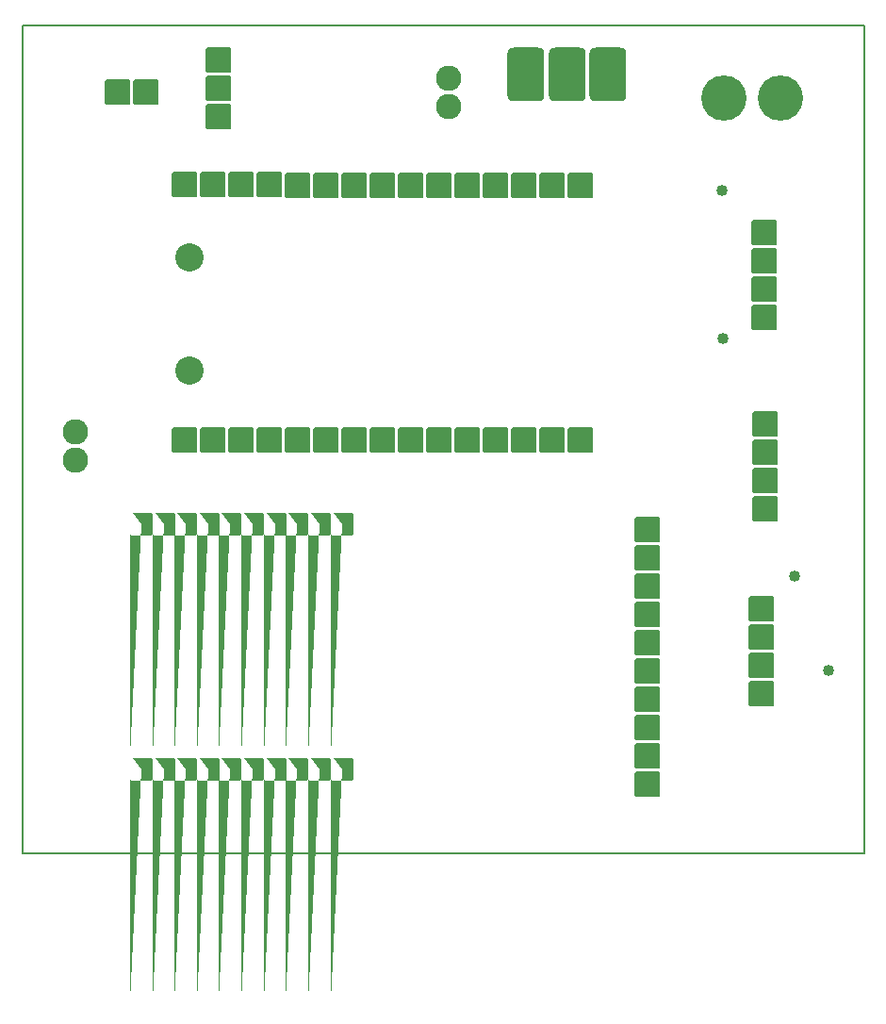
<source format=gbr>
G04 PROTEUS GERBER X2 FILE*
%TF.GenerationSoftware,Labcenter,Proteus,8.6-SP2-Build23525*%
%TF.CreationDate,2021-03-06T05:49:37+00:00*%
%TF.FileFunction,Soldermask,Top*%
%TF.FilePolarity,Negative*%
%TF.Part,Single*%
%FSLAX45Y45*%
%MOMM*%
G01*
%TA.AperFunction,Material*%
%ADD20C,1.016000*%
%AMPPAD013*
4,1,36,
1.016000,-1.143000,
-1.016000,-1.143000,
-1.041970,-1.140470,
-1.065980,-1.133200,
-1.087580,-1.121650,
-1.106290,-1.106290,
-1.121650,-1.087570,
-1.133200,-1.065980,
-1.140470,-1.041970,
-1.143000,-1.016000,
-1.143000,1.016000,
-1.140470,1.041970,
-1.133200,1.065980,
-1.121650,1.087570,
-1.106290,1.106290,
-1.087580,1.121650,
-1.065980,1.133200,
-1.041970,1.140470,
-1.016000,1.143000,
1.016000,1.143000,
1.041970,1.140470,
1.065980,1.133200,
1.087580,1.121650,
1.106290,1.106290,
1.121650,1.087570,
1.133200,1.065980,
1.140470,1.041970,
1.143000,1.016000,
1.143000,-1.016000,
1.140470,-1.041970,
1.133200,-1.065980,
1.121650,-1.087570,
1.106290,-1.106290,
1.087580,-1.121650,
1.065980,-1.133200,
1.041970,-1.140470,
1.016000,-1.143000,
0*%
%TA.AperFunction,Material*%
%ADD21PPAD013*%
%AMPPAD014*
4,1,36,
-1.143000,2.413000,
1.143000,2.413000,
1.246870,2.402890,
1.342930,2.373810,
1.429310,2.327610,
1.504160,2.266160,
1.565610,2.191310,
1.611810,2.104930,
1.640890,2.008870,
1.651000,1.905000,
1.651000,-1.905000,
1.640890,-2.008870,
1.611810,-2.104930,
1.565610,-2.191310,
1.504160,-2.266160,
1.429310,-2.327610,
1.342930,-2.373810,
1.246870,-2.402890,
1.143000,-2.413000,
-1.143000,-2.413000,
-1.246870,-2.402890,
-1.342930,-2.373810,
-1.429310,-2.327610,
-1.504160,-2.266160,
-1.565610,-2.191310,
-1.611810,-2.104930,
-1.640890,-2.008870,
-1.651000,-1.905000,
-1.651000,1.905000,
-1.640890,2.008870,
-1.611810,2.104930,
-1.565610,2.191310,
-1.504160,2.266160,
-1.429310,2.327610,
-1.342930,2.373810,
-1.246870,2.402890,
-1.143000,2.413000,
0*%
%TA.AperFunction,Material*%
%ADD22PPAD014*%
%TA.AperFunction,Material*%
%ADD23C,2.540000*%
%AMPPAD016*
4,1,36,
1.143000,1.016000,
1.143000,-1.016000,
1.140470,-1.041970,
1.133200,-1.065980,
1.121650,-1.087580,
1.106290,-1.106290,
1.087570,-1.121650,
1.065980,-1.133200,
1.041970,-1.140470,
1.016000,-1.143000,
-1.016000,-1.143000,
-1.041970,-1.140470,
-1.065980,-1.133200,
-1.087570,-1.121650,
-1.106290,-1.106290,
-1.121650,-1.087580,
-1.133200,-1.065980,
-1.140470,-1.041970,
-1.143000,-1.016000,
-1.143000,1.016000,
-1.140470,1.041970,
-1.133200,1.065980,
-1.121650,1.087580,
-1.106290,1.106290,
-1.087570,1.121650,
-1.065980,1.133200,
-1.041970,1.140470,
-1.016000,1.143000,
1.016000,1.143000,
1.041970,1.140470,
1.065980,1.133200,
1.087570,1.121650,
1.106290,1.106290,
1.121650,1.087580,
1.133200,1.065980,
1.140470,1.041970,
1.143000,1.016000,
0*%
%TA.AperFunction,Material*%
%ADD24PPAD016*%
%TA.AperFunction,Material*%
%ADD25C,2.286000*%
%ADD26C,4.064000*%
%AMPPAD019*
4,1,68,
-0.762000,1.016000,
0.762000,1.016000,
0.788400,1.014720,
0.813930,1.010950,
0.838490,1.004800,
0.861960,0.996400,
0.884220,0.985870,
0.905150,0.973300,
0.924650,0.958840,
0.942580,0.942580,
0.958840,0.924640,
0.973300,0.905150,
0.985860,0.884220,
0.996400,0.861960,
1.004800,0.838490,
1.010950,0.813930,
1.014720,0.788400,
1.016000,0.762000,
1.016000,-0.762000,
1.014720,-0.788400,
1.010950,-0.813930,
1.004800,-0.838490,
0.996400,-0.861960,
0.985860,-0.884220,
0.973300,-0.905150,
0.958840,-0.924640,
0.942580,-0.942580,
0.924650,-0.958840,
0.905150,-0.973300,
0.884220,-0.985870,
0.861960,-0.996400,
0.838490,-1.004800,
0.813930,-1.010950,
0.788400,-1.014720,
0.762000,-1.016000,
-0.762000,-1.016000,
-0.788400,-1.014720,
-0.813930,-1.010950,
-0.838490,-1.004800,
-0.861960,-0.996400,
-0.884220,-0.985870,
-0.905150,-0.973300,
-0.924650,-0.958840,
-0.942580,-0.942580,
-0.958840,-0.924640,
-0.973300,-0.905150,
-0.985860,-0.884220,
-0.996400,-0.861960,
-1.004800,-0.838490,
-1.010950,-0.813930,
-1.014720,-0.788400,
-1.016000,-0.762000,
-1.016000,0.762000,
-1.014720,0.788400,
-1.010950,0.813930,
-1.004800,0.838490,
-0.996400,0.861960,
-0.985860,0.884220,
-0.973300,0.905150,
-0.958840,0.924640,
-0.942580,0.942580,
-0.924650,0.958840,
-0.905150,0.973300,
-0.884220,0.985870,
-0.861960,0.996400,
-0.838490,1.004800,
-0.813930,1.010950,
-0.788400,1.014720,
-0.762000,1.016000,
0*%
%TA.AperFunction,Material*%
%ADD27PPAD019*%
%TA.AperFunction,Profile*%
%ADD19C,0.203200*%
%TD.AperFunction*%
D20*
X+2312500Y-549113D03*
X+2323084Y-1882612D03*
X+2963744Y-4015076D03*
X+3269212Y-4864531D03*
D21*
X-2511441Y-2793380D03*
X-2257441Y-2793380D03*
X-2003441Y-2793380D03*
X-1749441Y-2793380D03*
X-1495441Y-2795920D03*
X-1241441Y-2795920D03*
X-987441Y-2795920D03*
X-733441Y-2795920D03*
X-479441Y-2795920D03*
X-225441Y-2795920D03*
X+28559Y-2798460D03*
X+282559Y-2798460D03*
X+536559Y-2798460D03*
X+790559Y-2798460D03*
X+1044559Y-2798460D03*
X-2513441Y-504920D03*
X-2259441Y-504920D03*
X-2005441Y-504920D03*
X-1751441Y-504920D03*
X-1497441Y-507460D03*
X-1243441Y-507460D03*
X-989441Y-507460D03*
X-735441Y-507460D03*
X-481441Y-507460D03*
X-227441Y-507460D03*
X+26559Y-510000D03*
X+280559Y-510000D03*
X+534559Y-510000D03*
X+788559Y-510000D03*
X+1042559Y-510000D03*
D22*
X+555201Y+490000D03*
X+925201Y+490000D03*
X+1295201Y+490000D03*
D23*
X-2469530Y-1153185D03*
X-2469530Y-2169185D03*
D21*
X-2856000Y+330000D03*
X-3110000Y+330000D03*
D24*
X+2674853Y-4307706D03*
X+2674853Y-4561706D03*
X+2674853Y-4815706D03*
X+2674853Y-5069706D03*
X+2702559Y-2650000D03*
X+2702559Y-2904000D03*
X+2702559Y-3158000D03*
X+2702559Y-3412000D03*
X+2697441Y-932000D03*
X+2697441Y-1186000D03*
X+2697441Y-1440000D03*
X+2697441Y-1694000D03*
X-2203999Y+616000D03*
X-2203999Y+362000D03*
X-2203999Y+108000D03*
D25*
X-3488553Y-2716000D03*
X-3488553Y-2970000D03*
X-140000Y+200000D03*
X-140000Y+454000D03*
D26*
X+2840000Y+280000D03*
X+2332000Y+280000D03*
D27*
X-1100000Y-3550000D03*
X-1300000Y-3550000D03*
X-1500000Y-3550000D03*
X-1700000Y-3550000D03*
X-1900000Y-3550000D03*
X-2100000Y-3550000D03*
X-2300000Y-3550000D03*
X-2500000Y-3550000D03*
X-2700000Y-3550000D03*
X-2900000Y-3550000D03*
X-2900000Y-5750000D03*
X-2700000Y-5750000D03*
X-2500000Y-5750000D03*
X-2300000Y-5750000D03*
X-2100000Y-5750000D03*
X-1900000Y-5750000D03*
X-1700000Y-5750000D03*
X-1500000Y-5750000D03*
X-1300000Y-5750000D03*
X-1100000Y-5750000D03*
D24*
X+1647460Y-5886000D03*
X+1647460Y-5632000D03*
X+1647460Y-5378000D03*
X+1647460Y-5124000D03*
X+1647460Y-4870000D03*
X+1650000Y-4616000D03*
X+1650000Y-4362000D03*
X+1650000Y-4108000D03*
X+1650000Y-3854000D03*
X+1650000Y-3600000D03*
D19*
X-3970000Y-6502559D02*
X+3592323Y-6502559D01*
X+3592323Y+932087D01*
X-3970000Y+932087D01*
X-3970000Y-6502559D01*
M02*

</source>
